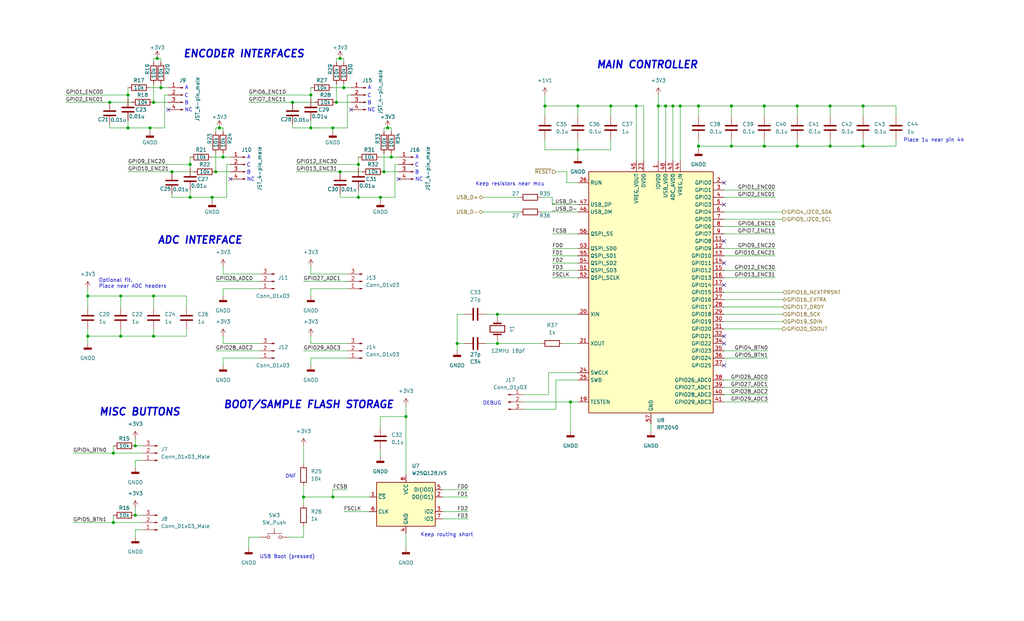
<source format=kicad_sch>
(kicad_sch (version 20211123) (generator eeschema)
  (paper "USLegal")
  (title_block (title "DRUM System Sequencer") (date "2022-10-12") (rev "1.0") (company "D.R.U.M."))
  (lib_symbols
    (symbol "Connector:Conn_01x03_Male" (pin_names (offset 1.016) hide)
      (property "Reference" "J" (at 0 5.08 0))
      (property "Value" "Conn_01x03_Male" (at 0 -5.08 0))
      (symbol "Conn_01x03_Male_1_1"
        (pin passive line (at 5.08 2.54 180) (length 3.81) (name "Pin_1") (number "1"))
        (pin passive line (at 5.08 0 180) (length 3.81) (name "Pin_2") (number "2"))
        (pin passive line (at 5.08 -2.54 180) (length 3.81) (name "Pin_3") (number "3"))
      )
    )
    (symbol "Connector:Conn_01x04_Male" (pin_names (offset 1.016) hide)
      (property "Reference" "J" (at 0 5.08 0))
      (property "Value" "Conn_01x04_Male" (at 0 -7.62 0))
      (symbol "Conn_01x04_Male_1_1"
        (pin passive line (at 5.08 2.54 180) (length 3.81) (name "Pin_1") (number "1"))
        (pin passive line (at 5.08 0 180) (length 3.81) (name "Pin_2") (number "2"))
        (pin passive line (at 5.08 -2.54 180) (length 3.81) (name "Pin_3") (number "3"))
        (pin passive line (at 5.08 -5.08 180) (length 3.81) (name "Pin_4") (number "4"))
      )
    )
    (symbol "Device:C" (pin_numbers hide) (pin_names (offset 0.254))
      (property "Reference" "C" (at 0.635 2.54 0))
      (property "Value" "C" (at 0.635 -2.54 0))
      (symbol "C_1_1"
        (pin passive line (at 0 3.81 270) (length 2.794) (name "~") (number "1"))
        (pin passive line (at 0 -3.81 90) (length 2.794) (name "~") (number "2"))
      )
    )
    (symbol "Device:Crystal" (pin_numbers hide) (pin_names (offset 1.016) hide)
      (property "Reference" "Y" (at 0 3.81 0))
      (property "Value" "Crystal" (at 0 -3.81 0))
      (symbol "Crystal_1_1"
        (pin passive line (at -3.81 0 0) (length 1.27) (name "1") (number "1"))
        (pin passive line (at 3.81 0 180) (length 1.27) (name "2") (number "2"))
      )
    )
    (symbol "Device:R" (pin_numbers hide) (pin_names (offset 0))
      (property "Reference" "R" (at 2.032 0 90))
      (property "Value" "R" (at 0 0 90))
      (symbol "R_1_1"
        (pin passive line (at 0 3.81 270) (length 1.27) (name "~") (number "1"))
        (pin passive line (at 0 -3.81 90) (length 1.27) (name "~") (number "2"))
      )
    )
    (symbol "MCU_RaspberryPi:RP2040"
      (property "Reference" "U" (at 17.78 45.72 0))
      (property "Value" "RP2040" (at 17.78 43.18 0))
      (symbol "RP2040_1_1"
        (pin power_in line (at 2.54 45.72 270) (length 3.81) (name "IOVDD") (number "1"))
        (pin passive line (at 2.54 45.72 270) (length 3.81) hide (name "IOVDD") (number "10"))
        (pin bidirectional line (at 25.4 17.78 180) (length 3.81) (name "GPIO8") (number "11"))
        (pin bidirectional line (at 25.4 15.24 180) (length 3.81) (name "GPIO9") (number "12"))
        (pin bidirectional line (at 25.4 12.7 180) (length 3.81) (name "GPIO10") (number "13"))
        (pin bidirectional line (at 25.4 10.16 180) (length 3.81) (name "GPIO11") (number "14"))
        (pin bidirectional line (at 25.4 7.62 180) (length 3.81) (name "GPIO12") (number "15"))
        (pin bidirectional line (at 25.4 5.08 180) (length 3.81) (name "GPIO13") (number "16"))
        (pin bidirectional line (at 25.4 2.54 180) (length 3.81) (name "GPIO14") (number "17"))
        (pin bidirectional line (at 25.4 0 180) (length 3.81) (name "GPIO15") (number "18"))
        (pin input line (at -25.4 -38.1 0) (length 3.81) (name "TESTEN") (number "19"))
        (pin bidirectional line (at 25.4 38.1 180) (length 3.81) (name "GPIO0") (number "2"))
        (pin input line (at -25.4 -7.62 0) (length 3.81) (name "XIN") (number "20"))
        (pin passive line (at -25.4 -17.78 0) (length 3.81) (name "XOUT") (number "21"))
        (pin passive line (at 2.54 45.72 270) (length 3.81) hide (name "IOVDD") (number "22"))
        (pin power_in line (at -2.54 45.72 270) (length 3.81) (name "DVDD") (number "23"))
        (pin output line (at -25.4 -27.94 0) (length 3.81) (name "SWCLK") (number "24"))
        (pin bidirectional line (at -25.4 -30.48 0) (length 3.81) (name "SWD") (number "25"))
        (pin input line (at -25.4 38.1 0) (length 3.81) (name "RUN") (number "26"))
        (pin bidirectional line (at 25.4 -2.54 180) (length 3.81) (name "GPIO16") (number "27"))
        (pin bidirectional line (at 25.4 -5.08 180) (length 3.81) (name "GPIO17") (number "28"))
        (pin bidirectional line (at 25.4 -7.62 180) (length 3.81) (name "GPIO18") (number "29"))
        (pin bidirectional line (at 25.4 35.56 180) (length 3.81) (name "GPIO1") (number "3"))
        (pin bidirectional line (at 25.4 -10.16 180) (length 3.81) (name "GPIO19") (number "30"))
        (pin bidirectional line (at 25.4 -12.7 180) (length 3.81) (name "GPIO20") (number "31"))
        (pin bidirectional line (at 25.4 -15.24 180) (length 3.81) (name "GPIO21") (number "32"))
        (pin passive line (at 2.54 45.72 270) (length 3.81) hide (name "IOVDD") (number "33"))
        (pin bidirectional line (at 25.4 -17.78 180) (length 3.81) (name "GPIO22") (number "34"))
        (pin bidirectional line (at 25.4 -20.32 180) (length 3.81) (name "GPIO23") (number "35"))
        (pin bidirectional line (at 25.4 -22.86 180) (length 3.81) (name "GPIO24") (number "36"))
        (pin bidirectional line (at 25.4 -25.4 180) (length 3.81) (name "GPIO25") (number "37"))
        (pin bidirectional line (at 25.4 -30.48 180) (length 3.81) (name "GPIO26_ADC0") (number "38"))
        (pin bidirectional line (at 25.4 -33.02 180) (length 3.81) (name "GPIO27_ADC1") (number "39"))
        (pin bidirectional line (at 25.4 33.02 180) (length 3.81) (name "GPIO2") (number "4"))
        (pin bidirectional line (at 25.4 -35.56 180) (length 3.81) (name "GPIO28_ADC2") (number "40"))
        (pin bidirectional line (at 25.4 -38.1 180) (length 3.81) (name "GPIO29_ADC3") (number "41"))
        (pin passive line (at 2.54 45.72 270) (length 3.81) hide (name "IOVDD") (number "42"))
        (pin power_in line (at 7.62 45.72 270) (length 3.81) (name "ADC_AVDD") (number "43"))
        (pin power_in line (at 10.16 45.72 270) (length 3.81) (name "VREG_IN") (number "44"))
        (pin power_out line (at -5.08 45.72 270) (length 3.81) (name "VREG_VOUT") (number "45"))
        (pin bidirectional line (at -25.4 27.94 0) (length 3.81) (name "USB_DM") (number "46"))
        (pin bidirectional line (at -25.4 30.48 0) (length 3.81) (name "USB_DP") (number "47"))
        (pin power_in line (at 5.08 45.72 270) (length 3.81) (name "USB_VDD") (number "48"))
        (pin passive line (at 2.54 45.72 270) (length 3.81) hide (name "IOVDD") (number "49"))
        (pin bidirectional line (at 25.4 30.48 180) (length 3.81) (name "GPIO3") (number "5"))
        (pin passive line (at -2.54 45.72 270) (length 3.81) hide (name "DVDD") (number "50"))
        (pin bidirectional line (at -25.4 7.62 0) (length 3.81) (name "QSPI_SD3") (number "51"))
        (pin output line (at -25.4 5.08 0) (length 3.81) (name "QSPI_SCLK") (number "52"))
        (pin bidirectional line (at -25.4 15.24 0) (length 3.81) (name "QSPI_SD0") (number "53"))
        (pin bidirectional line (at -25.4 10.16 0) (length 3.81) (name "QSPI_SD2") (number "54"))
        (pin bidirectional line (at -25.4 12.7 0) (length 3.81) (name "QSPI_SD1") (number "55"))
        (pin bidirectional line (at -25.4 20.32 0) (length 3.81) (name "QSPI_SS") (number "56"))
        (pin power_in line (at 0 -45.72 90) (length 3.81) (name "GND") (number "57"))
        (pin bidirectional line (at 25.4 27.94 180) (length 3.81) (name "GPIO4") (number "6"))
        (pin bidirectional line (at 25.4 25.4 180) (length 3.81) (name "GPIO5") (number "7"))
        (pin bidirectional line (at 25.4 22.86 180) (length 3.81) (name "GPIO6") (number "8"))
        (pin bidirectional line (at 25.4 20.32 180) (length 3.81) (name "GPIO7") (number "9"))
      )
    )
    (symbol "Memory_Flash:W25Q128JVS"
      (property "Reference" "U" (at -8.89 8.89 0))
      (property "Value" "W25Q128JVS" (at 7.62 8.89 0))
      (symbol "W25Q128JVS_1_1"
        (pin input line (at -12.7 2.54 0) (length 2.54) (name "~{CS}") (number "1"))
        (pin bidirectional line (at 12.7 2.54 180) (length 2.54) (name "DO(IO1)") (number "2"))
        (pin bidirectional line (at 12.7 -2.54 180) (length 2.54) (name "IO2") (number "3"))
        (pin power_in line (at 0 -10.16 90) (length 2.54) (name "GND") (number "4"))
        (pin bidirectional line (at 12.7 5.08 180) (length 2.54) (name "DI(IO0)") (number "5"))
        (pin input line (at -12.7 -2.54 0) (length 2.54) (name "CLK") (number "6"))
        (pin bidirectional line (at 12.7 -5.08 180) (length 2.54) (name "IO3") (number "7"))
        (pin power_in line (at 0 10.16 270) (length 2.54) (name "VCC") (number "8"))
      )
    )
    (symbol "Switch:SW_Push" (pin_numbers hide) (pin_names (offset 1.016) hide)
      (property "Reference" "SW" (at 1.27 2.54 0))
      (property "Value" "SW_Push" (at 0 -1.524 0))
      (symbol "SW_Push_0_1"
        (pin passive line (at -5.08 0 0) (length 2.54) (name "1") (number "1"))
        (pin passive line (at 5.08 0 180) (length 2.54) (name "2") (number "2"))
      )
    )
    (symbol "power:+1V1" (power) (pin_names (offset 0))
      (property "Value" "+1V1" (at 0 3.556 0))
      (symbol "+1V1_1_1"
        (pin power_in line (at 0 0 90) (length 0) hide (name "+1V1") (number "1"))
      )
    )
    (symbol "power:+3V3" (power) (pin_names (offset 0))
      (property "Value" "+3V3" (at 0 3.556 0))
      (symbol "+3V3_1_1"
        (pin power_in line (at 0 0 90) (length 0) hide (name "+3V3") (number "1"))
      )
    )
    (symbol "power:GNDD" (power) (pin_names (offset 0))
      (property "Value" "GNDD" (at 0 -3.175 0))
      (symbol "GNDD_1_1"
        (pin power_in line (at 0 0 270) (length 0) hide (name "GNDD") (number "1"))
      )
    )
  )
  (junction (at 39.37 181.61))
  (junction (at 200.66 36.83))
  (junction (at 198.12 139.7))
  (junction (at 105.41 172.72))
  (junction (at 172.72 109.22))
  (junction (at 231.14 36.83))
  (junction (at 101.6 35.56))
  (junction (at 52.07 44.45))
  (junction (at 242.57 36.83))
  (junction (at 276.86 36.83))
  (junction (at 119.38 30.48))
  (junction (at 59.69 59.69))
  (junction (at 46.99 179.07))
  (junction (at 41.91 116.84))
  (junction (at 55.88 30.48))
  (junction (at 299.72 50.8))
  (junction (at 39.37 157.48))
  (junction (at 220.98 36.83))
  (junction (at 132.08 68.58))
  (junction (at 158.75 119.38))
  (junction (at 228.6 36.83))
  (junction (at 254 50.8))
  (junction (at 124.46 68.58))
  (junction (at 118.11 59.69))
  (junction (at 116.84 35.56))
  (junction (at 38.1 35.56))
  (junction (at 133.35 59.69))
  (junction (at 265.43 50.8))
  (junction (at 288.29 36.83))
  (junction (at 44.45 33.02))
  (junction (at 77.47 54.61))
  (junction (at 107.95 33.02))
  (junction (at 200.66 52.07))
  (junction (at 115.57 172.72))
  (junction (at 76.2 44.45))
  (junction (at 118.11 20.32))
  (junction (at 107.95 44.45))
  (junction (at 30.48 102.87))
  (junction (at 135.89 54.61))
  (junction (at 44.45 44.45))
  (junction (at 30.48 116.84))
  (junction (at 53.34 102.87))
  (junction (at 276.86 50.8))
  (junction (at 66.04 68.58))
  (junction (at 265.43 36.83))
  (junction (at 134.62 44.45))
  (junction (at 46.99 154.94))
  (junction (at 212.09 36.83))
  (junction (at 74.93 59.69))
  (junction (at 66.04 57.15))
  (junction (at 242.57 50.8))
  (junction (at 54.61 20.32))
  (junction (at 53.34 35.56))
  (junction (at 254 36.83))
  (junction (at 233.68 36.83))
  (junction (at 236.22 36.83))
  (junction (at 73.66 68.58))
  (junction (at 299.72 36.83))
  (junction (at 140.97 144.78))
  (junction (at 288.29 50.8))
  (junction (at 124.46 57.15))
  (junction (at 172.72 119.38))
  (junction (at 53.34 116.84))
  (junction (at 115.57 44.45))
  (junction (at 41.91 102.87))
  (junction (at 189.23 36.83))
  (no_connect (at 251.46 116.84))
  (no_connect (at 251.46 71.12))
  (no_connect (at 251.46 83.82))
  (no_connect (at 251.46 91.44))
  (no_connect (at 251.46 99.06))
  (no_connect (at 80.01 62.23))
  (no_connect (at 251.46 63.5))
  (no_connect (at 138.43 62.23))
  (no_connect (at 251.46 119.38))
  (no_connect (at 58.42 38.1))
  (no_connect (at 121.92 38.1))
  (no_connect (at 251.46 127))
  (wire (pts (xy 299.72 48.26) (xy 299.72 50.8)))
  (wire (pts (xy 107.95 30.48) (xy 107.95 33.02)))
  (wire (pts (xy 191.77 96.52) (xy 200.66 96.52)))
  (wire (pts (xy 73.66 68.58) (xy 73.66 69.85)))
  (wire (pts (xy 22.86 35.56) (xy 38.1 35.56)))
  (wire (pts (xy 251.46 88.9) (xy 269.24 88.9)))
  (wire (pts (xy 120.65 44.45) (xy 115.57 44.45)))
  (wire (pts (xy 59.69 67.31) (xy 59.69 68.58)))
  (wire (pts (xy 101.6 43.18) (xy 101.6 44.45)))
  (wire (pts (xy 118.11 67.31) (xy 118.11 68.58)))
  (wire (pts (xy 80.01 57.15) (xy 78.74 57.15)))
  (wire (pts (xy 251.46 93.98) (xy 269.24 93.98)))
  (wire (pts (xy 46.99 162.56) (xy 46.99 160.02)))
  (wire (pts (xy 265.43 36.83) (xy 254 36.83)))
  (wire (pts (xy 288.29 50.8) (xy 276.86 50.8)))
  (wire (pts (xy 158.75 119.38) (xy 161.29 119.38)))
  (wire (pts (xy 100.33 186.69) (xy 105.41 186.69)))
  (wire (pts (xy 251.46 68.58) (xy 269.24 68.58)))
  (wire (pts (xy 132.08 148.59) (xy 132.08 144.78)))
  (wire (pts (xy 200.66 36.83) (xy 200.66 40.64)))
  (wire (pts (xy 168.91 119.38) (xy 172.72 119.38)))
  (wire (pts (xy 236.22 36.83) (xy 242.57 36.83)))
  (wire (pts (xy 226.06 147.32) (xy 226.06 149.86)))
  (wire (pts (xy 74.93 121.92) (xy 90.17 121.92)))
  (wire (pts (xy 46.99 160.02) (xy 49.53 160.02)))
  (wire (pts (xy 288.29 36.83) (xy 288.29 40.64)))
  (wire (pts (xy 251.46 106.68) (xy 271.78 106.68)))
  (wire (pts (xy 135.89 53.34) (xy 135.89 54.61)))
  (wire (pts (xy 220.98 36.83) (xy 220.98 55.88)))
  (wire (pts (xy 189.23 36.83) (xy 200.66 36.83)))
  (wire (pts (xy 107.95 124.46) (xy 120.65 124.46)))
  (wire (pts (xy 140.97 144.78) (xy 140.97 165.1)))
  (wire (pts (xy 276.86 36.83) (xy 276.86 40.64)))
  (wire (pts (xy 196.85 59.69) (xy 196.85 63.5)))
  (wire (pts (xy 76.2 44.45) (xy 77.47 44.45)))
  (wire (pts (xy 133.35 44.45) (xy 134.62 44.45)))
  (wire (pts (xy 133.35 45.72) (xy 133.35 44.45)))
  (wire (pts (xy 64.77 106.68) (xy 64.77 102.87)))
  (wire (pts (xy 107.95 116.84) (xy 107.95 119.38)))
  (wire (pts (xy 124.46 58.42) (xy 124.46 57.15)))
  (wire (pts (xy 105.41 186.69) (xy 105.41 182.88)))
  (wire (pts (xy 119.38 30.48) (xy 121.92 30.48)))
  (wire (pts (xy 251.46 109.22) (xy 271.78 109.22)))
  (wire (pts (xy 133.35 53.34) (xy 133.35 59.69)))
  (wire (pts (xy 44.45 44.45) (xy 38.1 44.45)))
  (wire (pts (xy 105.41 154.94) (xy 105.41 161.29)))
  (wire (pts (xy 30.48 116.84) (xy 30.48 119.38)))
  (wire (pts (xy 77.47 119.38) (xy 90.17 119.38)))
  (wire (pts (xy 116.84 35.56) (xy 121.92 35.56)))
  (wire (pts (xy 107.95 100.33) (xy 107.95 102.87)))
  (wire (pts (xy 77.47 54.61) (xy 80.01 54.61)))
  (wire (pts (xy 167.64 73.66) (xy 180.34 73.66)))
  (wire (pts (xy 59.69 59.69) (xy 67.31 59.69)))
  (wire (pts (xy 44.45 30.48) (xy 44.45 33.02)))
  (wire (pts (xy 30.48 114.3) (xy 30.48 116.84)))
  (wire (pts (xy 251.46 78.74) (xy 269.24 78.74)))
  (wire (pts (xy 41.91 116.84) (xy 30.48 116.84)))
  (wire (pts (xy 77.47 124.46) (xy 90.17 124.46)))
  (wire (pts (xy 193.04 142.24) (xy 193.04 132.08)))
  (wire (pts (xy 55.88 20.32) (xy 55.88 21.59)))
  (wire (pts (xy 107.95 119.38) (xy 120.65 119.38)))
  (wire (pts (xy 22.86 33.02) (xy 44.45 33.02)))
  (wire (pts (xy 251.46 101.6) (xy 271.78 101.6)))
  (wire (pts (xy 172.72 118.11) (xy 172.72 119.38)))
  (wire (pts (xy 52.07 44.45) (xy 44.45 44.45)))
  (wire (pts (xy 153.67 170.18) (xy 162.56 170.18)))
  (wire (pts (xy 77.47 53.34) (xy 77.47 54.61)))
  (wire (pts (xy 137.16 68.58) (xy 132.08 68.58)))
  (wire (pts (xy 251.46 134.62) (xy 266.7 134.62)))
  (wire (pts (xy 299.72 36.83) (xy 288.29 36.83)))
  (wire (pts (xy 191.77 68.58) (xy 191.77 71.12)))
  (wire (pts (xy 228.6 33.02) (xy 228.6 36.83)))
  (wire (pts (xy 46.99 179.07) (xy 49.53 179.07)))
  (wire (pts (xy 115.57 30.48) (xy 119.38 30.48)))
  (wire (pts (xy 41.91 114.3) (xy 41.91 116.84)))
  (wire (pts (xy 77.47 92.71) (xy 77.47 95.25)))
  (wire (pts (xy 133.35 59.69) (xy 138.43 59.69)))
  (wire (pts (xy 102.87 57.15) (xy 124.46 57.15)))
  (wire (pts (xy 200.66 48.26) (xy 200.66 52.07)))
  (wire (pts (xy 135.89 44.45) (xy 135.89 45.72)))
  (wire (pts (xy 137.16 57.15) (xy 137.16 68.58)))
  (wire (pts (xy 228.6 55.88) (xy 228.6 36.83)))
  (wire (pts (xy 107.95 41.91) (xy 107.95 44.45)))
  (wire (pts (xy 53.34 29.21) (xy 53.34 35.56)))
  (wire (pts (xy 57.15 33.02) (xy 57.15 44.45)))
  (wire (pts (xy 189.23 33.02) (xy 189.23 36.83)))
  (wire (pts (xy 124.46 54.61) (xy 124.46 57.15)))
  (wire (pts (xy 251.46 104.14) (xy 271.78 104.14)))
  (wire (pts (xy 101.6 35.56) (xy 109.22 35.56)))
  (wire (pts (xy 86.36 186.69) (xy 90.17 186.69)))
  (wire (pts (xy 105.41 172.72) (xy 115.57 172.72)))
  (wire (pts (xy 251.46 73.66) (xy 271.78 73.66)))
  (wire (pts (xy 299.72 50.8) (xy 288.29 50.8)))
  (wire (pts (xy 86.36 35.56) (xy 101.6 35.56)))
  (wire (pts (xy 39.37 179.07) (xy 39.37 181.61)))
  (wire (pts (xy 220.98 36.83) (xy 223.52 36.83)))
  (wire (pts (xy 132.08 54.61) (xy 135.89 54.61)))
  (wire (pts (xy 78.74 57.15) (xy 78.74 68.58)))
  (wire (pts (xy 236.22 36.83) (xy 236.22 55.88)))
  (wire (pts (xy 53.34 20.32) (xy 54.61 20.32)))
  (wire (pts (xy 132.08 68.58) (xy 124.46 68.58)))
  (wire (pts (xy 212.09 52.07) (xy 200.66 52.07)))
  (wire (pts (xy 191.77 71.12) (xy 200.66 71.12)))
  (wire (pts (xy 140.97 140.97) (xy 140.97 144.78)))
  (wire (pts (xy 107.95 95.25) (xy 120.65 95.25)))
  (wire (pts (xy 46.99 152.4) (xy 46.99 154.94)))
  (wire (pts (xy 77.47 95.25) (xy 90.17 95.25)))
  (wire (pts (xy 311.15 36.83) (xy 299.72 36.83)))
  (wire (pts (xy 254 36.83) (xy 242.57 36.83)))
  (wire (pts (xy 265.43 50.8) (xy 254 50.8)))
  (wire (pts (xy 251.46 114.3) (xy 271.78 114.3)))
  (wire (pts (xy 107.95 124.46) (xy 107.95 127)))
  (wire (pts (xy 73.66 54.61) (xy 77.47 54.61)))
  (wire (pts (xy 78.74 68.58) (xy 73.66 68.58)))
  (wire (pts (xy 172.72 109.22) (xy 200.66 109.22)))
  (wire (pts (xy 172.72 109.22) (xy 172.72 110.49)))
  (wire (pts (xy 66.04 66.04) (xy 66.04 68.58)))
  (wire (pts (xy 132.08 144.78) (xy 140.97 144.78)))
  (wire (pts (xy 242.57 36.83) (xy 242.57 40.64)))
  (wire (pts (xy 251.46 96.52) (xy 269.24 96.52)))
  (wire (pts (xy 231.14 36.83) (xy 233.68 36.83)))
  (wire (pts (xy 193.04 132.08) (xy 200.66 132.08)))
  (wire (pts (xy 311.15 48.26) (xy 311.15 50.8)))
  (wire (pts (xy 242.57 50.8) (xy 242.57 52.07)))
  (wire (pts (xy 265.43 48.26) (xy 265.43 50.8)))
  (wire (pts (xy 132.08 68.58) (xy 132.08 69.85)))
  (wire (pts (xy 200.66 88.9) (xy 191.77 88.9)))
  (wire (pts (xy 53.34 102.87) (xy 41.91 102.87)))
  (wire (pts (xy 181.61 139.7) (xy 198.12 139.7)))
  (wire (pts (xy 233.68 36.83) (xy 233.68 55.88)))
  (wire (pts (xy 266.7 124.46) (xy 251.46 124.46)))
  (wire (pts (xy 158.75 109.22) (xy 158.75 119.38)))
  (wire (pts (xy 66.04 54.61) (xy 66.04 57.15)))
  (wire (pts (xy 64.77 114.3) (xy 64.77 116.84)))
  (wire (pts (xy 77.47 100.33) (xy 77.47 102.87)))
  (wire (pts (xy 74.93 59.69) (xy 80.01 59.69)))
  (wire (pts (xy 55.88 30.48) (xy 58.42 30.48)))
  (wire (pts (xy 41.91 102.87) (xy 30.48 102.87)))
  (wire (pts (xy 276.86 48.26) (xy 276.86 50.8)))
  (wire (pts (xy 223.52 36.83) (xy 223.52 55.88)))
  (wire (pts (xy 120.65 170.18) (xy 115.57 170.18)))
  (wire (pts (xy 38.1 43.18) (xy 38.1 44.45)))
  (wire (pts (xy 77.47 100.33) (xy 90.17 100.33)))
  (wire (pts (xy 251.46 132.08) (xy 266.7 132.08)))
  (wire (pts (xy 168.91 109.22) (xy 172.72 109.22)))
  (wire (pts (xy 66.04 58.42) (xy 66.04 57.15)))
  (wire (pts (xy 198.12 139.7) (xy 198.12 149.86)))
  (wire (pts (xy 58.42 33.02) (xy 57.15 33.02)))
  (wire (pts (xy 77.47 116.84) (xy 77.47 119.38)))
  (wire (pts (xy 212.09 36.83) (xy 212.09 40.64)))
  (wire (pts (xy 25.4 181.61) (xy 39.37 181.61)))
  (wire (pts (xy 46.99 154.94) (xy 49.53 154.94)))
  (wire (pts (xy 55.88 29.21) (xy 55.88 30.48)))
  (wire (pts (xy 39.37 154.94) (xy 39.37 157.48)))
  (wire (pts (xy 251.46 111.76) (xy 271.78 111.76)))
  (wire (pts (xy 74.93 45.72) (xy 74.93 44.45)))
  (wire (pts (xy 105.41 97.79) (xy 120.65 97.79)))
  (wire (pts (xy 52.07 44.45) (xy 52.07 45.72)))
  (wire (pts (xy 115.57 170.18) (xy 115.57 172.72)))
  (wire (pts (xy 299.72 36.83) (xy 299.72 40.64)))
  (wire (pts (xy 189.23 40.64) (xy 189.23 36.83)))
  (wire (pts (xy 189.23 52.07) (xy 200.66 52.07)))
  (wire (pts (xy 105.41 168.91) (xy 105.41 172.72)))
  (wire (pts (xy 77.47 44.45) (xy 77.47 45.72)))
  (wire (pts (xy 153.67 180.34) (xy 162.56 180.34)))
  (wire (pts (xy 73.66 68.58) (xy 66.04 68.58)))
  (wire (pts (xy 161.29 109.22) (xy 158.75 109.22)))
  (wire (pts (xy 107.95 100.33) (xy 120.65 100.33)))
  (wire (pts (xy 74.93 44.45) (xy 76.2 44.45)))
  (wire (pts (xy 46.99 176.53) (xy 46.99 179.07)))
  (wire (pts (xy 254 48.26) (xy 254 50.8)))
  (wire (pts (xy 311.15 36.83) (xy 311.15 40.64)))
  (wire (pts (xy 153.67 177.8) (xy 162.56 177.8)))
  (wire (pts (xy 138.43 57.15) (xy 137.16 57.15)))
  (wire (pts (xy 132.08 156.21) (xy 132.08 158.75)))
  (wire (pts (xy 140.97 185.42) (xy 140.97 190.5)))
  (wire (pts (xy 212.09 36.83) (xy 220.98 36.83)))
  (wire (pts (xy 53.34 21.59) (xy 53.34 20.32)))
  (wire (pts (xy 64.77 116.84) (xy 53.34 116.84)))
  (wire (pts (xy 44.45 59.69) (xy 59.69 59.69)))
  (wire (pts (xy 39.37 157.48) (xy 49.53 157.48)))
  (wire (pts (xy 187.96 73.66) (xy 200.66 73.66)))
  (wire (pts (xy 54.61 20.32) (xy 55.88 20.32)))
  (wire (pts (xy 44.45 41.91) (xy 44.45 44.45)))
  (wire (pts (xy 115.57 44.45) (xy 107.95 44.45)))
  (wire (pts (xy 116.84 21.59) (xy 116.84 20.32)))
  (wire (pts (xy 198.12 139.7) (xy 200.66 139.7)))
  (wire (pts (xy 116.84 29.21) (xy 116.84 35.56)))
  (wire (pts (xy 124.46 66.04) (xy 124.46 68.58)))
  (wire (pts (xy 276.86 50.8) (xy 265.43 50.8)))
  (wire (pts (xy 228.6 36.83) (xy 231.14 36.83)))
  (wire (pts (xy 44.45 57.15) (xy 66.04 57.15)))
  (wire (pts (xy 116.84 20.32) (xy 118.11 20.32)))
  (wire (pts (xy 105.41 172.72) (xy 105.41 175.26)))
  (wire (pts (xy 41.91 102.87) (xy 41.91 106.68)))
  (wire (pts (xy 153.67 172.72) (xy 162.56 172.72)))
  (wire (pts (xy 167.64 68.58) (xy 180.34 68.58)))
  (wire (pts (xy 77.47 124.46) (xy 77.47 127)))
  (wire (pts (xy 233.68 36.83) (xy 236.22 36.83)))
  (wire (pts (xy 53.34 114.3) (xy 53.34 116.84)))
  (wire (pts (xy 46.99 186.69) (xy 46.99 184.15)))
  (wire (pts (xy 118.11 59.69) (xy 125.73 59.69)))
  (wire (pts (xy 200.66 52.07) (xy 200.66 54.61)))
  (wire (pts (xy 102.87 59.69) (xy 118.11 59.69)))
  (wire (pts (xy 265.43 36.83) (xy 265.43 40.64)))
  (wire (pts (xy 30.48 100.33) (xy 30.48 102.87)))
  (wire (pts (xy 200.66 91.44) (xy 191.77 91.44)))
  (wire (pts (xy 134.62 44.45) (xy 135.89 44.45)))
  (wire (pts (xy 39.37 181.61) (xy 49.53 181.61)))
  (wire (pts (xy 191.77 81.28) (xy 200.66 81.28)))
  (wire (pts (xy 107.95 34.29) (xy 107.95 33.02)))
  (wire (pts (xy 195.58 119.38) (xy 200.66 119.38)))
  (wire (pts (xy 115.57 172.72) (xy 128.27 172.72)))
  (wire (pts (xy 64.77 102.87) (xy 53.34 102.87)))
  (wire (pts (xy 251.46 137.16) (xy 266.7 137.16)))
  (wire (pts (xy 251.46 76.2) (xy 271.78 76.2)))
  (wire (pts (xy 190.5 129.54) (xy 190.5 137.16)))
  (wire (pts (xy 196.85 63.5) (xy 200.66 63.5)))
  (wire (pts (xy 200.66 93.98) (xy 191.77 93.98)))
  (wire (pts (xy 288.29 48.26) (xy 288.29 50.8)))
  (wire (pts (xy 115.57 44.45) (xy 115.57 45.72)))
  (wire (pts (xy 212.09 48.26) (xy 212.09 52.07)))
  (wire (pts (xy 118.11 20.32) (xy 119.38 20.32)))
  (wire (pts (xy 124.46 68.58) (xy 118.11 68.58)))
  (wire (pts (xy 266.7 121.92) (xy 251.46 121.92)))
  (wire (pts (xy 53.34 116.84) (xy 41.91 116.84)))
  (wire (pts (xy 251.46 66.04) (xy 269.24 66.04)))
  (wire (pts (xy 53.34 35.56) (xy 58.42 35.56)))
  (wire (pts (xy 107.95 44.45) (xy 101.6 44.45)))
  (wire (pts (xy 288.29 36.83) (xy 276.86 36.83)))
  (wire (pts (xy 66.04 68.58) (xy 59.69 68.58)))
  (wire (pts (xy 190.5 137.16) (xy 181.61 137.16)))
  (wire (pts (xy 119.38 20.32) (xy 119.38 21.59)))
  (wire (pts (xy 30.48 102.87) (xy 30.48 106.68)))
  (wire (pts (xy 86.36 190.5) (xy 86.36 186.69)))
  (wire (pts (xy 135.89 54.61) (xy 138.43 54.61)))
  (wire (pts (xy 121.92 33.02) (xy 120.65 33.02)))
  (wire (pts (xy 74.93 53.34) (xy 74.93 59.69)))
  (wire (pts (xy 189.23 48.26) (xy 189.23 52.07)))
  (wire (pts (xy 311.15 50.8) (xy 299.72 50.8)))
  (wire (pts (xy 74.93 97.79) (xy 90.17 97.79)))
  (wire (pts (xy 46.99 184.15) (xy 49.53 184.15)))
  (wire (pts (xy 86.36 33.02) (xy 107.95 33.02)))
  (wire (pts (xy 38.1 35.56) (xy 45.72 35.56)))
  (wire (pts (xy 44.45 34.29) (xy 44.45 33.02)))
  (wire (pts (xy 120.65 33.02) (xy 120.65 44.45)))
  (wire (pts (xy 158.75 119.38) (xy 158.75 121.92)))
  (wire (pts (xy 57.15 44.45) (xy 52.07 44.45)))
  (wire (pts (xy 242.57 48.26) (xy 242.57 50.8)))
  (wire (pts (xy 181.61 142.24) (xy 193.04 142.24)))
  (wire (pts (xy 200.66 129.54) (xy 190.5 129.54)))
  (wire (pts (xy 193.04 59.69) (xy 196.85 59.69)))
  (wire (pts (xy 251.46 86.36) (xy 269.24 86.36)))
  (wire (pts (xy 52.07 30.48) (xy 55.88 30.48)))
  (wire (pts (xy 172.72 119.38) (xy 187.96 119.38)))
  (wire (pts (xy 105.41 121.92) (xy 120.65 121.92)))
  (wire (pts (xy 187.96 68.58) (xy 191.77 68.58)))
  (wire (pts (xy 276.86 36.83) (xy 265.43 36.83)))
  (wire (pts (xy 254 40.64) (xy 254 36.83)))
  (wire (pts (xy 251.46 81.28) (xy 269.24 81.28)))
  (wire (pts (xy 107.95 92.71) (xy 107.95 95.25)))
  (wire (pts (xy 200.66 86.36) (xy 191.77 86.36)))
  (wire (pts (xy 119.38 29.21) (xy 119.38 30.48)))
  (wire (pts (xy 200.66 36.83) (xy 212.09 36.83)))
  (wire (pts (xy 251.46 139.7) (xy 266.7 139.7)))
  (wire (pts (xy 242.57 50.8) (xy 254 50.8)))
  (wire (pts (xy 119.38 177.8) (xy 128.27 177.8)))
  (wire (pts (xy 53.34 102.87) (xy 53.34 106.68)))
  (wire (pts (xy 25.4 157.48) (xy 39.37 157.48)))
  (wire (pts (xy 231.14 36.83) (xy 231.14 55.88)))
  (text "B\n" (at 127.5754 36.5857 0) (effects (font (size 1.27 1.27)) (justify left bottom)))
  (text "NC\n" (at 144.106 63.1571 0) (effects (font (size 1.27 1.27)) (justify left bottom)))
  (text "A" (at 144.1782 55.4247 0) (effects (font (size 1.27 1.27)) (justify left bottom)))
  (text "C" (at 144.0292 58.1812 0) (effects (font (size 1.27 1.27)) (justify left bottom)))
  (text "C" (at 64.0192 34.0512 0) (effects (font (size 1.27 1.27)) (justify left bottom)))
  (text "NC\n" (at 127.596 39.0271 0) (effects (font (size 1.27 1.27)) (justify left bottom)))
  (text "ENCODER INTERFACES" (at 63.5 20.32 0) (effects (font (size 2.54 2.54) (thickness 0.508) bold italic) (justify left bottom)))
  (text "DEBUG" (at 167.64 140.97 0) (effects (font (size 1.27 1.27)) (justify left bottom)))
  (text "ADC INTERFACE" (at 54.61 85.09 0) (effects (font (size 2.54 2.54) (thickness 0.508) bold italic) (justify left bottom)))
  (text "MAIN CONTROLLER" (at 207.01 24.13 0) (effects (font (size 2.54 2.54) (thickness 0.508) bold italic) (justify left bottom)))
  (text "C" (at 85.6092 58.1812 0) (effects (font (size 1.27 1.27)) (justify left bottom)))
  (text "NC\n" (at 64.096 39.0271 0) (effects (font (size 1.27 1.27)) (justify left bottom)))
  (text "DNF" (at 99.06 166.37 0) (effects (font (size 1.27 1.27)) (justify left bottom)))
  (text "Optional fit.\nPlace near ADC headers" (at 34.29 100.33 0) (effects (font (size 1.27 1.27)) (justify left bottom)))
  (text "A" (at 127.6682 31.2947 0) (effects (font (size 1.27 1.27)) (justify left bottom)))
  (text "Place 1u near pin 44" (at 313.69 49.53 0) (effects (font (size 1.27 1.27)) (justify left bottom)))
  (text "BOOT/SAMPLE FLASH STORAGE" (at 77.47 142.24 0) (effects (font (size 2.54 2.54) (thickness 0.508) bold italic) (justify left bottom)))
  (text "C" (at 127.5192 34.0512 0) (effects (font (size 1.27 1.27)) (justify left bottom)))
  (text "B\n" (at 144.0854 60.7157 0) (effects (font (size 1.27 1.27)) (justify left bottom)))
  (text "A" (at 64.1682 31.2947 0) (effects (font (size 1.27 1.27)) (justify left bottom)))
  (text "A" (at 85.7582 55.4247 0) (effects (font (size 1.27 1.27)) (justify left bottom)))
  (text "MISC BUTTONS" (at 34.29 144.78 0) (effects (font (size 2.54 2.54) (thickness 0.508) bold italic) (justify left bottom)))
  (text "NC\n" (at 85.686 63.1571 0) (effects (font (size 1.27 1.27)) (justify left bottom)))
  (text "Keep resistors near mcu" (at 165.1 64.77 0) (effects (font (size 1.27 1.27)) (justify left bottom)))
  (text "USB Boot (pressed)" (at 90.17 194.31 0) (effects (font (size 1.27 1.27)) (justify left bottom)))
  (text "B\n" (at 85.6654 60.7157 0) (effects (font (size 1.27 1.27)) (justify left bottom)))
  (text "Keep routing short" (at 146.05 186.69 0) (effects (font (size 1.27 1.27)) (justify left bottom)))
  (text "B\n" (at 64.0754 36.5857 0) (effects (font (size 1.27 1.27)) (justify left bottom)))
  (label "GPIO9_ENC20" (at 269.24 86.36 180))
  (label "FD1" (at 162.56 172.72 180))
  (label "FD3" (at 191.77 93.98 0))
  (label "GPIO4_BTN0" (at 25.4 157.48 0))
  (label "GPIO2_ENC01" (at 22.86 35.56 0))
  (label "_USB_D-" (at 191.77 73.66 0))
  (label "GPIO28_ADC2" (at 74.93 121.92 0))
  (label "GPIO2_ENC01" (at 269.24 68.58 180))
  (label "FCSB" (at 120.65 170.18 180))
  (label "GPIO29_ADC3" (at 105.41 121.92 0))
  (label "FD2" (at 162.56 177.8 180))
  (label "GPIO5_BTN1" (at 266.7 124.46 180))
  (label "GPIO27_ADC1" (at 266.7 134.62 180))
  (label "GPIO10_ENC21" (at 269.24 88.9 180))
  (label "GPIO6_ENC10" (at 86.36 33.02 0))
  (label "FSCLK" (at 119.38 177.8 0))
  (label "GPIO12_ENC30" (at 102.87 57.15 0))
  (label "_USB_D+" (at 191.77 71.12 0))
  (label "GPIO10_ENC21" (at 44.45 59.69 0))
  (label "GPIO13_ENC31" (at 102.87 59.69 0))
  (label "FD0" (at 191.77 86.36 0))
  (label "FD2" (at 191.77 91.44 0))
  (label "GPIO26_ADC0" (at 266.7 132.08 180))
  (label "GPIO4_BTN0" (at 266.7 121.92 180))
  (label "FSCLK" (at 191.77 96.52 0))
  (label "GPIO9_ENC20" (at 44.45 57.15 0))
  (label "GPIO27_ADC1" (at 105.41 97.79 0))
  (label "GPIO28_ADC2" (at 266.7 137.16 180))
  (label "GPIO26_ADC0" (at 74.93 97.79 0))
  (label "GPIO29_ADC3" (at 266.7 139.7 180))
  (label "GPIO7_ENC11" (at 86.36 35.56 0))
  (label "GPIO12_ENC30" (at 269.24 93.98 180))
  (label "GPIO5_BTN1" (at 25.4 181.61 0))
  (label "GPIO6_ENC10" (at 269.24 78.74 180))
  (label "FD3" (at 162.56 180.34 180))
  (label "FD0" (at 162.56 170.18 180))
  (label "GPIO1_ENC00" (at 22.86 33.02 0))
  (label "GPIO7_ENC11" (at 269.24 81.28 180))
  (label "GPIO13_ENC31" (at 269.24 96.52 180))
  (label "FD1" (at 191.77 88.9 0))
  (label "FCSB" (at 191.77 81.28 0))
  (label "GPIO1_ENC00" (at 269.24 66.04 180))
  (hierarchical_label "GPIO17_DRDY" (shape input) (at 271.78 106.68 0))
  (hierarchical_label "GPIO19_SDIN" (shape input) (at 271.78 111.76 0))
  (hierarchical_label "USB_D-" (shape bidirectional) (at 167.64 73.66 180))
  (hierarchical_label "GPIO20_SDOUT" (shape output) (at 271.78 114.3 0))
  (hierarchical_label "GPIO18_SCK" (shape input) (at 271.78 109.22 0))
  (hierarchical_label "GPIO16_EXTRA" (shape tri_state) (at 271.78 104.14 0))
  (hierarchical_label "~{RESET}" (shape input) (at 193.04 59.69 180))
  (hierarchical_label "GPIO4_I2C0_SDA" (shape output) (at 271.78 73.66 0))
  (hierarchical_label "USB_D+" (shape bidirectional) (at 167.64 68.58 180))
  (hierarchical_label "GPIO16_NEXTPRSNT" (shape input) (at 271.78 101.6 0))
  (hierarchical_label "GPIO5_I2C0_SCL" (shape output) (at 271.78 76.2 0))
  (symbol (lib_id "Connector:Conn_01x03_Male") (at 95.25 97.79 180) (unit 1)
    (property "Reference" "J11" (at 96.52 96.5199 0) (effects (justify right)))
    (property "Value" "Conn_01x03" (at 88.9 102.87 0) (effects (justify right)))
    (property "Footprint" "Connector_PinHeader_2.54mm:PinHeader_1x03_P2.54mm_Vertical" (effects hide))
  )
  (symbol (lib_id "Connector:Conn_01x03_Male") (at 95.25 121.92 180) (unit 1)
    (property "Reference" "J12" (at 96.52 120.6499 0) (effects (justify right)))
    (property "Value" "Conn_01x03" (at 88.9 127 0) (effects (justify right)))
    (property "Footprint" "Connector_PinHeader_2.54mm:PinHeader_1x03_P2.54mm_Vertical" (effects hide))
  )
  (symbol (lib_id "power:+3V3") (at 134.62 44.45 0) (unit 1)
    (property "Reference" "#PWR060" (effects hide))
    (property "Value" "+3V3" (at 134.62 40.64 0))
  )
  (symbol (lib_id "power:+3V3") (at 46.99 176.53 0) (unit 1)
    (property "Reference" "#PWR040" (effects hide))
    (property "Value" "+3V3" (at 46.99 171.45 0))
  )
  (symbol (lib_id "Device:C") (at 276.86 44.45 0) (unit 1)
    (property "Reference" "C41" (at 280.67 43.1799 0) (effects (justify left)))
    (property "Value" "0.1u" (at 280.67 45.7199 0) (effects (justify left)))
    (property "Footprint" "Capacitor_SMD:C_0603_1608Metric_Pad1.08x0.95mm_HandSolder" (effects hide))
  )
  (symbol (lib_id "power:+1V1") (at 189.23 33.02 0) (unit 1)
    (property "Reference" "#PWR064" (effects hide))
    (property "Value" "+1V1" (at 189.23 27.94 0))
  )
  (symbol (lib_id "Device:R") (at 74.93 49.53 180) (unit 1)
    (property "Reference" "R23" (at 72.7942 48.2168 90))
    (property "Value" "10k" (at 74.93 49.53 90))
    (property "Footprint" "Resistor_SMD:R_0603_1608Metric_Pad0.98x0.95mm_HandSolder" (effects hide))
  )
  (symbol (lib_id "power:+3V3") (at 77.47 116.84 0) (unit 1)
    (property "Reference" "#PWR048" (effects hide))
    (property "Value" "+3V3" (at 77.47 111.76 0))
  )
  (symbol (lib_id "power:GNDD") (at 107.95 127 0) (unit 1)
    (property "Reference" "#PWR055" (effects hide))
    (property "Value" "GNDD" (at 107.95 132.08 0))
  )
  (symbol (lib_id "Device:R") (at 48.26 30.48 90) (unit 1)
    (property "Reference" "R17" (at 48.26 27.94 90))
    (property "Value" "10k" (at 48.26 30.48 90))
    (property "Footprint" "Resistor_SMD:R_0603_1608Metric_Pad0.98x0.95mm_HandSolder" (effects hide))
  )
  (symbol (lib_id "power:+3V3") (at 105.41 154.94 0) (unit 1)
    (property "Reference" "#PWR051" (effects hide))
    (property "Value" "+3V3" (at 105.41 149.86 0))
  )
  (symbol (lib_id "Device:C") (at 30.48 110.49 0) (unit 1)
    (property "Reference" "C20" (at 34.29 109.2199 0) (effects (justify left)))
    (property "Value" "1u" (at 34.29 111.7599 0) (effects (justify left)))
    (property "Footprint" "Capacitor_SMD:C_0603_1608Metric_Pad1.08x0.95mm_HandSolder" (effects hide))
  )
  (symbol (lib_id "power:GNDD") (at 198.12 149.86 0) (unit 1)
    (property "Reference" "#PWR065" (effects hide))
    (property "Value" "GNDD" (at 198.12 154.94 0))
  )
  (symbol (lib_id "Device:C") (at 242.57 44.45 0) (unit 1)
    (property "Reference" "C38" (at 246.38 43.1799 0) (effects (justify left)))
    (property "Value" "0.1u" (at 246.38 45.7199 0) (effects (justify left)))
    (property "Footprint" "Capacitor_SMD:C_0603_1608Metric_Pad1.08x0.95mm_HandSolder" (effects hide))
  )
  (symbol (lib_id "power:GNDD") (at 46.99 186.69 0) (unit 1)
    (property "Reference" "#PWR041" (effects hide))
    (property "Value" "GNDD" (at 46.99 191.77 0))
  )
  (symbol (lib_id "power:+3V3") (at 30.48 100.33 0) (unit 1)
    (property "Reference" "#PWR036" (effects hide))
    (property "Value" "+3V3" (at 30.48 95.25 0))
  )
  (symbol (lib_id "power:GNDD") (at 73.66 69.85 0) (unit 1)
    (property "Reference" "#PWR044" (effects hide))
    (property "Value" "GNDD" (at 73.66 73.66 0))
  )
  (symbol (lib_id "Device:R") (at 105.41 179.07 0) (unit 1)
    (property "Reference" "R26" (at 107.95 177.7999 0) (effects (justify left)))
    (property "Value" "1k" (at 107.95 180.3399 0) (effects (justify left)))
    (property "Footprint" "Resistor_SMD:R_0603_1608Metric_Pad0.98x0.95mm_HandSolder" (effects hide))
  )
  (symbol (lib_id "Device:R") (at 53.34 25.4 180) (unit 1)
    (property "Reference" "R19" (at 51.2042 24.0868 90))
    (property "Value" "10k" (at 53.34 25.4 90))
    (property "Footprint" "Resistor_SMD:R_0603_1608Metric_Pad0.98x0.95mm_HandSolder" (effects hide))
  )
  (symbol (lib_id "Device:R") (at 77.47 49.53 180) (unit 1)
    (property "Reference" "R24" (at 79.7689 48.1672 90))
    (property "Value" "10k" (at 77.47 49.53 90))
    (property "Footprint" "Resistor_SMD:R_0603_1608Metric_Pad0.98x0.95mm_HandSolder" (effects hide))
  )
  (symbol (lib_id "Device:C") (at 118.11 63.5 0) (unit 1)
    (property "Reference" "C30" (at 113.6822 65.7563 0) (effects (justify left)))
    (property "Value" "0.01u" (at 118.3439 65.8413 0) (effects (justify left)))
    (property "Footprint" "Capacitor_SMD:C_0805_2012Metric_Pad1.18x1.45mm_HandSolder" (effects hide))
  )
  (symbol (lib_id "Device:C") (at 101.6 39.37 0) (unit 1)
    (property "Reference" "C28" (at 97.414 41.5222 0) (effects (justify left)))
    (property "Value" "0.01u" (at 101.8339 41.7113 0) (effects (justify left)))
    (property "Footprint" "Capacitor_SMD:C_0805_2012Metric_Pad1.18x1.45mm_HandSolder" (effects hide))
  )
  (symbol (lib_id "power:+3V3") (at 107.95 92.71 0) (unit 1)
    (property "Reference" "#PWR052" (effects hide))
    (property "Value" "+3V3" (at 107.95 87.63 0))
  )
  (symbol (lib_id "Device:C") (at 38.1 39.37 0) (unit 1)
    (property "Reference" "C21" (at 33.914 41.5222 0) (effects (justify left)))
    (property "Value" "0.01u" (at 38.3339 41.7113 0) (effects (justify left)))
    (property "Footprint" "Capacitor_SMD:C_0805_2012Metric_Pad1.18x1.45mm_HandSolder" (effects hide))
  )
  (symbol (lib_id "Connector:Conn_01x04_Male") (at 85.09 57.15 0) (mirror y) (unit 1)
    (property "Reference" "J10" (at 83.82 52.07 0) (effects (justify right)))
    (property "Value" "JST_4-pin_male" (at 90.17 50.8 90) (effects (justify right)))
    (property "Footprint" "Connector_JST:JST_PH_B4B-PH-K_1x04_P2.00mm_Vertical" (effects hide))
  )
  (symbol (lib_id "Memory_Flash:W25Q128JVS") (at 140.97 175.26 0) (unit 1)
    (property "Reference" "U7" (at 142.9894 161.925 0) (effects (justify left)))
    (property "Value" "W25Q128JVS" (at 142.9894 164.465 0) (effects (justify left)))
    (property "Footprint" "Package_SO:SOIC-8_5.23x5.23mm_P1.27mm" (effects hide))
    (property "Datasheet" "http://www.winbond.com/resource-files/w25q128jv_dtr%20revc%2003272018%20plus.pdf" (effects hide))
  )
  (symbol (lib_id "Connector:Conn_01x03_Male") (at 54.61 157.48 180) (unit 1)
    (property "Reference" "J7" (at 55.88 156.2099 0) (effects (justify right)))
    (property "Value" "Conn_01x03_Male" (at 55.88 158.7499 0) (effects (justify right)))
    (property "Footprint" "Connector_PinHeader_2.54mm:PinHeader_1x03_P2.54mm_Vertical" (effects hide))
  )
  (symbol (lib_id "Switch:SW_Push") (at 95.25 186.69 0) (unit 1)
    (property "Reference" "SW3" (at 95.25 179.07 0))
    (property "Value" "SW_Push" (at 95.25 181.61 0))
    (property "Footprint" "custom:TE_ConnMSLPT5252CG1" (effects hide))
  )
  (symbol (lib_id "Device:C") (at 288.29 44.45 0) (unit 1)
    (property "Reference" "C42" (at 292.1 43.1799 0) (effects (justify left)))
    (property "Value" "0.1u" (at 292.1 45.7199 0) (effects (justify left)))
    (property "Footprint" "Capacitor_SMD:C_0603_1608Metric_Pad1.08x0.95mm_HandSolder" (effects hide))
  )
  (symbol (lib_id "power:GNDD") (at 52.07 45.72 0) (unit 1)
    (property "Reference" "#PWR042" (effects hide))
    (property "Value" "GNDD" (at 52.07 49.53 0))
  )
  (symbol (lib_id "Device:R") (at 184.15 68.58 90) (unit 1)
    (property "Reference" "R35" (at 189.23 67.31 90))
    (property "Value" "27" (at 179.07 67.31 90))
    (property "Footprint" "Resistor_SMD:R_0603_1608Metric_Pad0.98x0.95mm_HandSolder" (effects hide))
  )
  (symbol (lib_id "power:GNDD") (at 86.36 190.5 0) (unit 1)
    (property "Reference" "#PWR050" (effects hide))
    (property "Value" "GNDD" (at 86.36 195.58 0))
  )
  (symbol (lib_id "Device:R") (at 69.85 54.61 90) (unit 1)
    (property "Reference" "R21" (at 69.85 52.07 90))
    (property "Value" "10k" (at 69.85 54.61 90))
    (property "Footprint" "Resistor_SMD:R_0603_1608Metric_Pad0.98x0.95mm_HandSolder" (effects hide))
  )
  (symbol (lib_id "Device:C") (at 165.1 119.38 270) (unit 1)
    (property "Reference" "C34" (at 165.1 125.73 90))
    (property "Value" "27p" (at 165.1 123.19 90))
    (property "Footprint" "Capacitor_SMD:C_0603_1608Metric_Pad1.08x0.95mm_HandSolder" (effects hide))
  )
  (symbol (lib_id "power:+3V3") (at 107.95 116.84 0) (unit 1)
    (property "Reference" "#PWR054" (effects hide))
    (property "Value" "+3V3" (at 107.95 111.76 0))
  )
  (symbol (lib_id "power:+3V3") (at 140.97 140.97 0) (unit 1)
    (property "Reference" "#PWR061" (effects hide))
    (property "Value" "+3V3" (at 140.97 135.89 0))
  )
  (symbol (lib_id "power:GNDD") (at 200.66 54.61 0) (unit 1)
    (property "Reference" "#PWR066" (effects hide))
    (property "Value" "GNDD" (at 200.66 59.69 0))
  )
  (symbol (lib_id "Connector:Conn_01x04_Male") (at 63.5 33.02 0) (mirror y) (unit 1)
    (property "Reference" "J9" (at 62.23 27.94 0) (effects (justify right)))
    (property "Value" "JST_4-pin_male" (at 68.58 26.67 90) (effects (justify right)))
    (property "Footprint" "Connector_JST:JST_PH_B4B-PH-K_1x04_P2.00mm_Vertical" (effects hide))
  )
  (symbol (lib_id "Connector:Conn_01x03_Male") (at 125.73 121.92 180) (unit 1)
    (property "Reference" "J14" (at 127 120.6499 0) (effects (justify right)))
    (property "Value" "Conn_01x03" (at 127 123.1899 0) (effects (justify right)))
    (property "Footprint" "Connector_PinHeader_2.54mm:PinHeader_1x03_P2.54mm_Vertical" (effects hide))
  )
  (symbol (lib_id "Device:C") (at 53.34 110.49 0) (unit 1)
    (property "Reference" "C24" (at 57.15 109.2199 0) (effects (justify left)))
    (property "Value" "1u" (at 57.15 111.7599 0) (effects (justify left)))
    (property "Footprint" "Capacitor_SMD:C_0603_1608Metric_Pad1.08x0.95mm_HandSolder" (effects hide))
  )
  (symbol (lib_id "power:GNDD") (at 140.97 190.5 0) (unit 1)
    (property "Reference" "#PWR062" (effects hide))
    (property "Value" "GNDD" (at 140.97 195.58 0))
  )
  (symbol (lib_id "Device:C") (at 165.1 109.22 90) (unit 1)
    (property "Reference" "C33" (at 165.1 101.6 90))
    (property "Value" "27p" (at 165.1 104.14 90))
    (property "Footprint" "Capacitor_SMD:C_0603_1608Metric_Pad1.08x0.95mm_HandSolder" (effects hide))
  )
  (symbol (lib_id "Device:R") (at 49.53 35.56 90) (unit 1)
    (property "Reference" "R18" (at 49.53 33.02 90))
    (property "Value" "10k" (at 49.53 35.56 90))
    (property "Footprint" "Resistor_SMD:R_0603_1608Metric_Pad0.98x0.95mm_HandSolder" (effects hide))
  )
  (symbol (lib_id "Device:C") (at 124.46 62.23 0) (unit 1)
    (property "Reference" "C31" (at 127 62.23 0) (effects (justify left)))
    (property "Value" "0.01u" (at 124.6939 64.5713 0) (effects (justify left)))
    (property "Footprint" "Capacitor_SMD:C_0805_2012Metric_Pad1.18x1.45mm_HandSolder" (effects hide))
  )
  (symbol (lib_id "Connector:Conn_01x04_Male") (at 127 33.02 0) (mirror y) (unit 1)
    (property "Reference" "J15" (at 125.73 27.94 0) (effects (justify right)))
    (property "Value" "JST_4-pin_male" (at 132.08 24.13 90) (effects (justify right)))
    (property "Footprint" "Connector_JST:JST_PH_B4B-PH-K_1x04_P2.00mm_Vertical" (effects hide))
  )
  (symbol (lib_id "Device:C") (at 66.04 62.23 0) (unit 1)
    (property "Reference" "C27" (at 68.58 62.23 0) (effects (justify left)))
    (property "Value" "0.01u" (at 66.2739 64.5713 0) (effects (justify left)))
    (property "Footprint" "Capacitor_SMD:C_0805_2012Metric_Pad1.18x1.45mm_HandSolder" (effects hide))
  )
  (symbol (lib_id "Device:C") (at 44.45 38.1 0) (unit 1)
    (property "Reference" "C23" (at 46.99 38.1 0) (effects (justify left)))
    (property "Value" "0.01u" (at 44.6839 40.4413 0) (effects (justify left)))
    (property "Footprint" "Capacitor_SMD:C_0805_2012Metric_Pad1.18x1.45mm_HandSolder" (effects hide))
  )
  (symbol (lib_id "power:GNDD") (at 132.08 69.85 0) (unit 1)
    (property "Reference" "#PWR058" (effects hide))
    (property "Value" "GNDD" (at 132.08 73.66 0))
  )
  (symbol (lib_id "Device:R") (at 71.12 59.69 90) (unit 1)
    (property "Reference" "R22" (at 71.12 57.15 90))
    (property "Value" "10k" (at 71.12 59.69 90))
    (property "Footprint" "Resistor_SMD:R_0603_1608Metric_Pad0.98x0.95mm_HandSolder" (effects hide))
  )
  (symbol (lib_id "Device:Crystal") (at 172.72 114.3 270) (unit 1)
    (property "Reference" "Y1" (at 177.8 114.3 0))
    (property "Value" "12MHz 18pF" (at 176.53 121.92 90))
    (property "Footprint" "Crystal:Crystal_SMD_HC49-SD" (effects hide))
  )
  (symbol (lib_id "Device:C") (at 299.72 44.45 0) (unit 1)
    (property "Reference" "C43" (at 303.53 43.1799 0) (effects (justify left)))
    (property "Value" "0.1u" (at 303.53 45.7199 0) (effects (justify left)))
    (property "Footprint" "Capacitor_SMD:C_0603_1608Metric_Pad1.08x0.95mm_HandSolder" (effects hide))
  )
  (symbol (lib_id "Device:R") (at 111.76 30.48 90) (unit 1)
    (property "Reference" "R27" (at 111.76 27.94 90))
    (property "Value" "10k" (at 111.76 30.48 90))
    (property "Footprint" "Resistor_SMD:R_0603_1608Metric_Pad0.98x0.95mm_HandSolder" (effects hide))
  )
  (symbol (lib_id "MCU_RaspberryPi:RP2040") (at 226.06 101.6 0) (unit 1)
    (property "Reference" "U8" (at 228.0794 146.05 0) (effects (justify left)))
    (property "Value" "RP2040" (at 228.0794 148.59 0) (effects (justify left)))
    (property "Footprint" "custom:QFN-56-1EP_7x7mm_P0.4mm_EP3.2x3.2mm" (effects hide))
    (property "Datasheet" "https://datasheets.raspberrypi.com/rp2040/rp2040-datasheet.pdf" (effects hide))
  )
  (symbol (lib_id "power:GNDD") (at 77.47 127 0) (unit 1)
    (property "Reference" "#PWR049" (effects hide))
    (property "Value" "GNDD" (at 77.47 132.08 0))
  )
  (symbol (lib_id "power:+3V3") (at 54.61 20.32 0) (unit 1)
    (property "Reference" "#PWR043" (effects hide))
    (property "Value" "+3V3" (at 54.61 16.51 0))
  )
  (symbol (lib_id "Device:R") (at 135.89 49.53 180) (unit 1)
    (property "Reference" "R34" (at 138.1889 48.1672 90))
    (property "Value" "10k" (at 135.89 49.53 90))
    (property "Footprint" "Resistor_SMD:R_0603_1608Metric_Pad0.98x0.95mm_HandSolder" (effects hide))
  )
  (symbol (lib_id "Device:R") (at 113.03 35.56 90) (unit 1)
    (property "Reference" "R28" (at 113.03 33.02 90))
    (property "Value" "10k" (at 113.03 35.56 90))
    (property "Footprint" "Resistor_SMD:R_0603_1608Metric_Pad0.98x0.95mm_HandSolder" (effects hide))
  )
  (symbol (lib_id "power:+3V3") (at 77.47 92.71 0) (unit 1)
    (property "Reference" "#PWR046" (effects hide))
    (property "Value" "+3V3" (at 77.47 87.63 0))
  )
  (symbol (lib_id "power:GNDD") (at 77.47 102.87 0) (unit 1)
    (property "Reference" "#PWR047" (effects hide))
    (property "Value" "GNDD" (at 77.47 107.95 0))
  )
  (symbol (lib_id "Device:R") (at 191.77 119.38 90) (unit 1)
    (property "Reference" "R37" (at 191.77 113.03 90))
    (property "Value" "1k" (at 191.77 115.57 90))
    (property "Footprint" "Resistor_SMD:R_0603_1608Metric_Pad0.98x0.95mm_HandSolder" (effects hide))
  )
  (symbol (lib_id "Device:R") (at 116.84 25.4 180) (unit 1)
    (property "Reference" "R29" (at 114.7042 24.0868 90))
    (property "Value" "10k" (at 116.84 25.4 90))
    (property "Footprint" "Resistor_SMD:R_0603_1608Metric_Pad0.98x0.95mm_HandSolder" (effects hide))
  )
  (symbol (lib_id "Connector:Conn_01x03_Male") (at 125.73 97.79 180) (unit 1)
    (property "Reference" "J13" (at 127 96.5199 0) (effects (justify right)))
    (property "Value" "Conn_01x03" (at 127 99.0599 0) (effects (justify right)))
    (property "Footprint" "Connector_PinHeader_2.54mm:PinHeader_1x03_P2.54mm_Vertical" (effects hide))
  )
  (symbol (lib_id "Device:R") (at 105.41 165.1 0) (unit 1)
    (property "Reference" "R25" (at 107.95 163.8299 0) (effects (justify left)))
    (property "Value" "10k" (at 107.95 166.3699 0) (effects (justify left)))
    (property "Footprint" "Resistor_SMD:R_0603_1608Metric_Pad0.98x0.95mm_HandSolder" (effects hide))
  )
  (symbol (lib_id "Connector:Conn_01x03_Male") (at 54.61 181.61 180) (unit 1)
    (property "Reference" "J8" (at 55.88 180.3399 0) (effects (justify right)))
    (property "Value" "Conn_01x03_Male" (at 55.88 182.8799 0) (effects (justify right)))
    (property "Footprint" "Connector_PinHeader_2.54mm:PinHeader_1x03_P2.54mm_Vertical" (effects hide))
  )
  (symbol (lib_id "Device:R") (at 133.35 49.53 180) (unit 1)
    (property "Reference" "R33" (at 131.2142 48.2168 90))
    (property "Value" "10k" (at 133.35 49.53 90))
    (property "Footprint" "Resistor_SMD:R_0603_1608Metric_Pad0.98x0.95mm_HandSolder" (effects hide))
  )
  (symbol (lib_id "Device:C") (at 189.23 44.45 0) (unit 1)
    (property "Reference" "C35" (at 193.04 43.1799 0) (effects (justify left)))
    (property "Value" "0.1u" (at 193.04 45.7199 0) (effects (justify left)))
    (property "Footprint" "Capacitor_SMD:C_0603_1608Metric_Pad1.08x0.95mm_HandSolder" (effects hide))
  )
  (symbol (lib_id "Device:R") (at 43.18 179.07 90) (unit 1)
    (property "Reference" "R16" (at 43.18 176.53 90))
    (property "Value" "10k" (at 43.18 179.07 90))
    (property "Footprint" "Resistor_SMD:R_0603_1608Metric_Pad0.98x0.95mm_HandSolder" (effects hide))
  )
  (symbol (lib_id "power:GNDD") (at 242.57 52.07 0) (unit 1)
    (property "Reference" "#PWR069" (effects hide))
    (property "Value" "GNDD" (at 242.57 57.15 0))
  )
  (symbol (lib_id "power:GNDD") (at 46.99 162.56 0) (unit 1)
    (property "Reference" "#PWR039" (effects hide))
    (property "Value" "GNDD" (at 46.99 167.64 0))
  )
  (symbol (lib_id "Device:C") (at 107.95 38.1 0) (unit 1)
    (property "Reference" "C29" (at 110.49 38.1 0) (effects (justify left)))
    (property "Value" "0.01u" (at 108.1839 40.4413 0) (effects (justify left)))
    (property "Footprint" "Capacitor_SMD:C_0805_2012Metric_Pad1.18x1.45mm_HandSolder" (effects hide))
  )
  (symbol (lib_id "power:GNDD") (at 30.48 119.38 0) (unit 1)
    (property "Reference" "#PWR037" (effects hide))
    (property "Value" "GNDD" (at 30.48 124.46 0))
  )
  (symbol (lib_id "Device:R") (at 128.27 54.61 90) (unit 1)
    (property "Reference" "R31" (at 128.27 52.07 90))
    (property "Value" "10k" (at 128.27 54.61 90))
    (property "Footprint" "Resistor_SMD:R_0603_1608Metric_Pad0.98x0.95mm_HandSolder" (effects hide))
  )
  (symbol (lib_id "power:GNDD") (at 226.06 149.86 0) (unit 1)
    (property "Reference" "#PWR067" (effects hide))
    (property "Value" "GNDD" (at 226.06 154.94 0))
  )
  (symbol (lib_id "power:+3V3") (at 76.2 44.45 0) (unit 1)
    (property "Reference" "#PWR045" (effects hide))
    (property "Value" "+3V3" (at 76.2 40.64 0))
  )
  (symbol (lib_id "power:+3V3") (at 228.6 33.02 0) (unit 1)
    (property "Reference" "#PWR068" (effects hide))
    (property "Value" "+3V3" (at 228.6 27.94 0))
  )
  (symbol (lib_id "Device:R") (at 55.88 25.4 180) (unit 1)
    (property "Reference" "R20" (at 58.1789 24.0372 90))
    (property "Value" "10k" (at 55.88 25.4 90))
    (property "Footprint" "Resistor_SMD:R_0603_1608Metric_Pad0.98x0.95mm_HandSolder" (effects hide))
  )
  (symbol (lib_id "Device:C") (at 200.66 44.45 0) (unit 1)
    (property "Reference" "C36" (at 204.47 43.1799 0) (effects (justify left)))
    (property "Value" "0.1u" (at 204.47 45.7199 0) (effects (justify left)))
    (property "Footprint" "Capacitor_SMD:C_0603_1608Metric_Pad1.08x0.95mm_HandSolder" (effects hide))
  )
  (symbol (lib_id "Device:C") (at 311.15 44.45 0) (unit 1)
    (property "Reference" "C44" (at 314.96 43.1799 0) (effects (justify left)))
    (property "Value" "1u" (at 314.96 45.7199 0) (effects (justify left)))
    (property "Footprint" "Capacitor_SMD:C_0603_1608Metric_Pad1.08x0.95mm_HandSolder" (effects hide))
  )
  (symbol (lib_id "Connector:Conn_01x04_Male") (at 143.51 57.15 0) (mirror y) (unit 1)
    (property "Reference" "J16" (at 142.24 52.07 0) (effects (justify right)))
    (property "Value" "JST_4-pin_male" (at 148.59 50.8 90) (effects (justify right)))
    (property "Footprint" "Connector_JST:JST_PH_B4B-PH-K_1x04_P2.00mm_Vertical" (effects hide))
  )
  (symbol (lib_id "Device:C") (at 254 44.45 0) (unit 1)
    (property "Reference" "C39" (at 257.81 43.1799 0) (effects (justify left)))
    (property "Value" "0.1u" (at 257.81 45.7199 0) (effects (justify left)))
    (property "Footprint" "Capacitor_SMD:C_0603_1608Metric_Pad1.08x0.95mm_HandSolder" (effects hide))
  )
  (symbol (lib_id "Device:C") (at 59.69 63.5 0) (unit 1)
    (property "Reference" "C25" (at 55.504 65.6522 0) (effects (justify left)))
    (property "Value" "0.01u" (at 59.9239 65.8413 0) (effects (justify left)))
    (property "Footprint" "Capacitor_SMD:C_0805_2012Metric_Pad1.18x1.45mm_HandSolder" (effects hide))
  )
  (symbol (lib_id "Device:C") (at 265.43 44.45 0) (unit 1)
    (property "Reference" "C40" (at 269.24 43.1799 0) (effects (justify left)))
    (property "Value" "0.1u" (at 269.24 45.7199 0) (effects (justify left)))
    (property "Footprint" "Capacitor_SMD:C_0603_1608Metric_Pad1.08x0.95mm_HandSolder" (effects hide))
  )
  (symbol (lib_id "Device:C") (at 64.77 110.49 0) (unit 1)
    (property "Reference" "C26" (at 68.58 109.2199 0) (effects (justify left)))
    (property "Value" "1u" (at 68.58 111.7599 0) (effects (justify left)))
    (property "Footprint" "Capacitor_SMD:C_0603_1608Metric_Pad1.08x0.95mm_HandSolder" (effects hide))
  )
  (symbol (lib_id "Device:R") (at 129.54 59.69 90) (unit 1)
    (property "Reference" "R32" (at 129.54 57.15 90))
    (property "Value" "10k" (at 129.54 59.69 90))
    (property "Footprint" "Resistor_SMD:R_0603_1608Metric_Pad0.98x0.95mm_HandSolder" (effects hide))
  )
  (symbol (lib_id "power:GNDD") (at 107.95 102.87 0) (unit 1)
    (property "Reference" "#PWR053" (effects hide))
    (property "Value" "GNDD" (at 107.95 107.95 0))
  )
  (symbol (lib_id "Device:R") (at 119.38 25.4 180) (unit 1)
    (property "Reference" "R30" (at 121.6789 24.0372 90))
    (property "Value" "10k" (at 119.38 25.4 90))
    (property "Footprint" "Resistor_SMD:R_0603_1608Metric_Pad0.98x0.95mm_HandSolder" (effects hide))
  )
  (symbol (lib_id "power:+3V3") (at 46.99 152.4 0) (unit 1)
    (property "Reference" "#PWR038" (effects hide))
    (property "Value" "+3V3" (at 46.99 147.32 0))
  )
  (symbol (lib_id "Device:R") (at 184.15 73.66 90) (mirror x) (unit 1)
    (property "Reference" "R36" (at 189.23 74.93 90))
    (property "Value" "27" (at 179.07 74.93 90))
    (property "Footprint" "Resistor_SMD:R_0603_1608Metric_Pad0.98x0.95mm_HandSolder" (effects hide))
  )
  (symbol (lib_id "Device:C") (at 41.91 110.49 0) (unit 1)
    (property "Reference" "C22" (at 45.72 109.2199 0) (effects (justify left)))
    (property "Value" "1u" (at 45.72 111.7599 0) (effects (justify left)))
    (property "Footprint" "Capacitor_SMD:C_0603_1608Metric_Pad1.08x0.95mm_HandSolder" (effects hide))
  )
  (symbol (lib_id "Device:C") (at 212.09 44.45 0) (unit 1)
    (property "Reference" "C37" (at 215.9 43.1799 0) (effects (justify left)))
    (property "Value" "1u" (at 215.9 45.7199 0) (effects (justify left)))
    (property "Footprint" "Capacitor_SMD:C_0603_1608Metric_Pad1.08x0.95mm_HandSolder" (effects hide))
  )
  (symbol (lib_id "Device:C") (at 132.08 152.4 0) (unit 1)
    (property "Reference" "C32" (at 135.89 151.1299 0) (effects (justify left)))
    (property "Value" "0.1u" (at 135.89 153.6699 0) (effects (justify left)))
    (property "Footprint" "Capacitor_SMD:C_0603_1608Metric_Pad1.08x0.95mm_HandSolder" (effects hide))
  )
  (symbol (lib_id "power:GNDD") (at 115.57 45.72 0) (unit 1)
    (property "Reference" "#PWR056" (effects hide))
    (property "Value" "GNDD" (at 115.57 49.53 0))
  )
  (symbol (lib_id "power:GNDD") (at 158.75 121.92 0) (unit 1)
    (property "Reference" "#PWR063" (effects hide))
    (property "Value" "GNDD" (at 158.75 127 0))
  )
  (symbol (lib_id "Device:R") (at 43.18 154.94 90) (unit 1)
    (property "Reference" "R15" (at 43.18 152.4 90))
    (property "Value" "10k" (at 43.18 154.94 90))
    (property "Footprint" "Resistor_SMD:R_0603_1608Metric_Pad0.98x0.95mm_HandSolder" (effects hide))
  )
  (symbol (lib_id "Connector:Conn_01x03_Male") (at 176.53 139.7 0) (unit 1)
    (property "Reference" "J17" (at 177.165 132.08 0))
    (property "Value" "Conn_01x03" (at 177.165 134.62 0))
    (property "Footprint" "Connector_PinHeader_2.54mm:PinHeader_1x03_P2.54mm_Vertical" (effects hide))
  )
  (symbol (lib_id "power:GNDD") (at 132.08 158.75 0) (unit 1)
    (property "Reference" "#PWR059" (effects hide))
    (property "Value" "GNDD" (at 132.08 163.83 0))
  )
  (symbol (lib_id "power:+3V3") (at 118.11 20.32 0) (unit 1)
    (property "Reference" "#PWR057" (effects hide))
    (property "Value" "+3V3" (at 118.11 16.51 0))
  )
)
</source>
